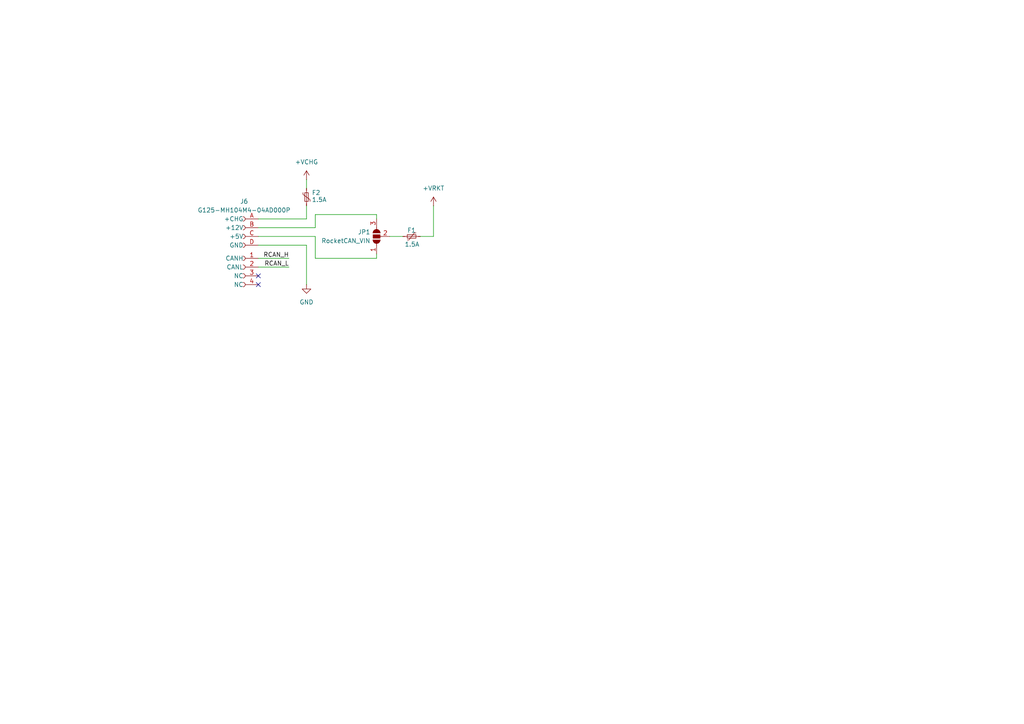
<source format=kicad_sch>
(kicad_sch
	(version 20250114)
	(generator "eeschema")
	(generator_version "9.0")
	(uuid "97a9deb7-383e-4c3d-9149-ee3509849888")
	(paper "A4")
	(lib_symbols
		(symbol "Device:Polyfuse_Small"
			(pin_numbers
				(hide yes)
			)
			(pin_names
				(offset 0)
			)
			(exclude_from_sim no)
			(in_bom yes)
			(on_board yes)
			(property "Reference" "F"
				(at -1.905 0 90)
				(effects
					(font
						(size 1.27 1.27)
					)
				)
			)
			(property "Value" "Polyfuse_Small"
				(at 1.905 0 90)
				(effects
					(font
						(size 1.27 1.27)
					)
				)
			)
			(property "Footprint" ""
				(at 1.27 -5.08 0)
				(effects
					(font
						(size 1.27 1.27)
					)
					(justify left)
					(hide yes)
				)
			)
			(property "Datasheet" "~"
				(at 0 0 0)
				(effects
					(font
						(size 1.27 1.27)
					)
					(hide yes)
				)
			)
			(property "Description" "Resettable fuse, polymeric positive temperature coefficient, small symbol"
				(at 0 0 0)
				(effects
					(font
						(size 1.27 1.27)
					)
					(hide yes)
				)
			)
			(property "ki_keywords" "resettable fuse PTC PPTC polyfuse polyswitch"
				(at 0 0 0)
				(effects
					(font
						(size 1.27 1.27)
					)
					(hide yes)
				)
			)
			(property "ki_fp_filters" "*polyfuse* *PTC*"
				(at 0 0 0)
				(effects
					(font
						(size 1.27 1.27)
					)
					(hide yes)
				)
			)
			(symbol "Polyfuse_Small_0_1"
				(polyline
					(pts
						(xy -1.016 1.27) (xy -1.016 0.762) (xy 1.016 -0.762) (xy 1.016 -1.27)
					)
					(stroke
						(width 0)
						(type default)
					)
					(fill
						(type none)
					)
				)
				(rectangle
					(start -0.508 1.27)
					(end 0.508 -1.27)
					(stroke
						(width 0)
						(type default)
					)
					(fill
						(type none)
					)
				)
				(polyline
					(pts
						(xy 0 2.54) (xy 0 -2.54)
					)
					(stroke
						(width 0)
						(type default)
					)
					(fill
						(type none)
					)
				)
			)
			(symbol "Polyfuse_Small_1_1"
				(pin passive line
					(at 0 2.54 270)
					(length 0.635)
					(name "~"
						(effects
							(font
								(size 1.27 1.27)
							)
						)
					)
					(number "1"
						(effects
							(font
								(size 1.27 1.27)
							)
						)
					)
				)
				(pin passive line
					(at 0 -2.54 90)
					(length 0.635)
					(name "~"
						(effects
							(font
								(size 1.27 1.27)
							)
						)
					)
					(number "2"
						(effects
							(font
								(size 1.27 1.27)
							)
						)
					)
				)
			)
			(embedded_fonts no)
		)
		(symbol "Jumper:SolderJumper_3_Open"
			(pin_names
				(offset 0)
				(hide yes)
			)
			(exclude_from_sim no)
			(in_bom no)
			(on_board yes)
			(property "Reference" "JP"
				(at -2.54 -2.54 0)
				(effects
					(font
						(size 1.27 1.27)
					)
				)
			)
			(property "Value" "SolderJumper_3_Open"
				(at 0 2.794 0)
				(effects
					(font
						(size 1.27 1.27)
					)
				)
			)
			(property "Footprint" ""
				(at 0 0 0)
				(effects
					(font
						(size 1.27 1.27)
					)
					(hide yes)
				)
			)
			(property "Datasheet" "~"
				(at 0 0 0)
				(effects
					(font
						(size 1.27 1.27)
					)
					(hide yes)
				)
			)
			(property "Description" "Solder Jumper, 3-pole, open"
				(at 0 0 0)
				(effects
					(font
						(size 1.27 1.27)
					)
					(hide yes)
				)
			)
			(property "ki_keywords" "Solder Jumper SPDT"
				(at 0 0 0)
				(effects
					(font
						(size 1.27 1.27)
					)
					(hide yes)
				)
			)
			(property "ki_fp_filters" "SolderJumper*Open*"
				(at 0 0 0)
				(effects
					(font
						(size 1.27 1.27)
					)
					(hide yes)
				)
			)
			(symbol "SolderJumper_3_Open_0_1"
				(polyline
					(pts
						(xy -2.54 0) (xy -2.032 0)
					)
					(stroke
						(width 0)
						(type default)
					)
					(fill
						(type none)
					)
				)
				(polyline
					(pts
						(xy -1.016 1.016) (xy -1.016 -1.016)
					)
					(stroke
						(width 0)
						(type default)
					)
					(fill
						(type none)
					)
				)
				(arc
					(start -1.016 -1.016)
					(mid -2.0276 0)
					(end -1.016 1.016)
					(stroke
						(width 0)
						(type default)
					)
					(fill
						(type none)
					)
				)
				(arc
					(start -1.016 -1.016)
					(mid -2.0276 0)
					(end -1.016 1.016)
					(stroke
						(width 0)
						(type default)
					)
					(fill
						(type outline)
					)
				)
				(rectangle
					(start -0.508 1.016)
					(end 0.508 -1.016)
					(stroke
						(width 0)
						(type default)
					)
					(fill
						(type outline)
					)
				)
				(polyline
					(pts
						(xy 0 -1.27) (xy 0 -1.016)
					)
					(stroke
						(width 0)
						(type default)
					)
					(fill
						(type none)
					)
				)
				(arc
					(start 1.016 1.016)
					(mid 2.0276 0)
					(end 1.016 -1.016)
					(stroke
						(width 0)
						(type default)
					)
					(fill
						(type none)
					)
				)
				(arc
					(start 1.016 1.016)
					(mid 2.0276 0)
					(end 1.016 -1.016)
					(stroke
						(width 0)
						(type default)
					)
					(fill
						(type outline)
					)
				)
				(polyline
					(pts
						(xy 1.016 1.016) (xy 1.016 -1.016)
					)
					(stroke
						(width 0)
						(type default)
					)
					(fill
						(type none)
					)
				)
				(polyline
					(pts
						(xy 2.54 0) (xy 2.032 0)
					)
					(stroke
						(width 0)
						(type default)
					)
					(fill
						(type none)
					)
				)
			)
			(symbol "SolderJumper_3_Open_1_1"
				(pin passive line
					(at -5.08 0 0)
					(length 2.54)
					(name "A"
						(effects
							(font
								(size 1.27 1.27)
							)
						)
					)
					(number "1"
						(effects
							(font
								(size 1.27 1.27)
							)
						)
					)
				)
				(pin passive line
					(at 0 -3.81 90)
					(length 2.54)
					(name "C"
						(effects
							(font
								(size 1.27 1.27)
							)
						)
					)
					(number "2"
						(effects
							(font
								(size 1.27 1.27)
							)
						)
					)
				)
				(pin passive line
					(at 5.08 0 180)
					(length 2.54)
					(name "B"
						(effects
							(font
								(size 1.27 1.27)
							)
						)
					)
					(number "3"
						(effects
							(font
								(size 1.27 1.27)
							)
						)
					)
				)
			)
			(embedded_fonts no)
		)
		(symbol "canhw:G125-MH104M4-04AD000P"
			(exclude_from_sim no)
			(in_bom yes)
			(on_board yes)
			(property "Reference" "J"
				(at 0 2.032 0)
				(effects
					(font
						(size 1.27 1.27)
					)
				)
			)
			(property "Value" "G125-MH104M4-04AD000P"
				(at 0 0 0)
				(effects
					(font
						(size 1.27 1.27)
					)
				)
			)
			(property "Footprint" "canhw_footprints:HARWIN_G125-MH104M4-04AD000P"
				(at 0 0 0)
				(effects
					(font
						(size 1.27 1.27)
					)
					(hide yes)
				)
			)
			(property "Datasheet" "https://content.harwin.com/m/91a65d72bc24bdea/original/DRG-03150-Technical-Drawing-Datasheet-G125-MH1XXM4-XXAD000P-pdf.pdf"
				(at 0 0 0)
				(effects
					(font
						(size 1.27 1.27)
					)
					(hide yes)
				)
			)
			(property "Description" "4+4 Pos. Male Horizontal Throughboard Conn. Screw-Lok Board Mount"
				(at 0 0 0)
				(effects
					(font
						(size 1.27 1.27)
					)
					(hide yes)
				)
			)
			(symbol "G125-MH104M4-04AD000P_0_1"
				(arc
					(start -1.905 -3.175)
					(mid -1.27 -3.81)
					(end -1.905 -4.445)
					(stroke
						(width 0)
						(type default)
					)
					(fill
						(type none)
					)
				)
				(arc
					(start -1.905 -5.715)
					(mid -1.27 -6.35)
					(end -1.905 -6.985)
					(stroke
						(width 0)
						(type default)
					)
					(fill
						(type none)
					)
				)
				(arc
					(start -1.905 -8.255)
					(mid -1.27 -8.89)
					(end -1.905 -9.525)
					(stroke
						(width 0)
						(type default)
					)
					(fill
						(type none)
					)
				)
				(arc
					(start -1.905 -10.795)
					(mid -1.27 -11.43)
					(end -1.905 -12.065)
					(stroke
						(width 0)
						(type default)
					)
					(fill
						(type none)
					)
				)
				(arc
					(start -1.905 -14.605)
					(mid -1.27 -15.24)
					(end -1.905 -15.875)
					(stroke
						(width 0)
						(type default)
					)
					(fill
						(type none)
					)
				)
				(arc
					(start -1.905 -17.145)
					(mid -1.27 -17.78)
					(end -1.905 -18.415)
					(stroke
						(width 0)
						(type default)
					)
					(fill
						(type none)
					)
				)
				(arc
					(start -1.905 -19.685)
					(mid -1.27 -20.32)
					(end -1.905 -20.955)
					(stroke
						(width 0)
						(type default)
					)
					(fill
						(type none)
					)
				)
				(arc
					(start -1.905 -22.225)
					(mid -1.27 -22.86)
					(end -1.905 -23.495)
					(stroke
						(width 0)
						(type default)
					)
					(fill
						(type none)
					)
				)
			)
			(symbol "G125-MH104M4-04AD000P_1_1"
				(pin input line
					(at 2.54 -3.81 180)
					(length 3.81)
					(name "+CHG"
						(effects
							(font
								(size 1.27 1.27)
							)
						)
					)
					(number "A"
						(effects
							(font
								(size 1.27 1.27)
							)
						)
					)
				)
				(pin input line
					(at 2.54 -6.35 180)
					(length 3.81)
					(name "+12V"
						(effects
							(font
								(size 1.27 1.27)
							)
						)
					)
					(number "B"
						(effects
							(font
								(size 1.27 1.27)
							)
						)
					)
				)
				(pin input line
					(at 2.54 -8.89 180)
					(length 3.81)
					(name "+5V"
						(effects
							(font
								(size 1.27 1.27)
							)
						)
					)
					(number "C"
						(effects
							(font
								(size 1.27 1.27)
							)
						)
					)
				)
				(pin input line
					(at 2.54 -11.43 180)
					(length 3.81)
					(name "GND"
						(effects
							(font
								(size 1.27 1.27)
							)
						)
					)
					(number "D"
						(effects
							(font
								(size 1.27 1.27)
							)
						)
					)
				)
				(pin input line
					(at 2.54 -15.24 180)
					(length 3.81)
					(name "CANH"
						(effects
							(font
								(size 1.27 1.27)
							)
						)
					)
					(number "1"
						(effects
							(font
								(size 1.27 1.27)
							)
						)
					)
				)
				(pin input line
					(at 2.54 -17.78 180)
					(length 3.81)
					(name "CANL"
						(effects
							(font
								(size 1.27 1.27)
							)
						)
					)
					(number "2"
						(effects
							(font
								(size 1.27 1.27)
							)
						)
					)
				)
				(pin input line
					(at 2.54 -20.32 180)
					(length 3.81)
					(name "NC"
						(effects
							(font
								(size 1.27 1.27)
							)
						)
					)
					(number "3"
						(effects
							(font
								(size 1.27 1.27)
							)
						)
					)
				)
				(pin input line
					(at 2.54 -22.86 180)
					(length 3.81)
					(name "NC"
						(effects
							(font
								(size 1.27 1.27)
							)
						)
					)
					(number "4"
						(effects
							(font
								(size 1.27 1.27)
							)
						)
					)
				)
			)
			(embedded_fonts no)
		)
		(symbol "power:+5V"
			(power)
			(pin_numbers
				(hide yes)
			)
			(pin_names
				(offset 0)
				(hide yes)
			)
			(exclude_from_sim no)
			(in_bom yes)
			(on_board yes)
			(property "Reference" "#PWR"
				(at 0 -3.81 0)
				(effects
					(font
						(size 1.27 1.27)
					)
					(hide yes)
				)
			)
			(property "Value" "+5V"
				(at 0 3.556 0)
				(effects
					(font
						(size 1.27 1.27)
					)
				)
			)
			(property "Footprint" ""
				(at 0 0 0)
				(effects
					(font
						(size 1.27 1.27)
					)
					(hide yes)
				)
			)
			(property "Datasheet" ""
				(at 0 0 0)
				(effects
					(font
						(size 1.27 1.27)
					)
					(hide yes)
				)
			)
			(property "Description" "Power symbol creates a global label with name \"+5V\""
				(at 0 0 0)
				(effects
					(font
						(size 1.27 1.27)
					)
					(hide yes)
				)
			)
			(property "ki_keywords" "global power"
				(at 0 0 0)
				(effects
					(font
						(size 1.27 1.27)
					)
					(hide yes)
				)
			)
			(symbol "+5V_0_1"
				(polyline
					(pts
						(xy -0.762 1.27) (xy 0 2.54)
					)
					(stroke
						(width 0)
						(type default)
					)
					(fill
						(type none)
					)
				)
				(polyline
					(pts
						(xy 0 2.54) (xy 0.762 1.27)
					)
					(stroke
						(width 0)
						(type default)
					)
					(fill
						(type none)
					)
				)
				(polyline
					(pts
						(xy 0 0) (xy 0 2.54)
					)
					(stroke
						(width 0)
						(type default)
					)
					(fill
						(type none)
					)
				)
			)
			(symbol "+5V_1_1"
				(pin power_in line
					(at 0 0 90)
					(length 0)
					(name "~"
						(effects
							(font
								(size 1.27 1.27)
							)
						)
					)
					(number "1"
						(effects
							(font
								(size 1.27 1.27)
							)
						)
					)
				)
			)
			(embedded_fonts no)
		)
		(symbol "power:GND"
			(power)
			(pin_numbers
				(hide yes)
			)
			(pin_names
				(offset 0)
				(hide yes)
			)
			(exclude_from_sim no)
			(in_bom yes)
			(on_board yes)
			(property "Reference" "#PWR"
				(at 0 -6.35 0)
				(effects
					(font
						(size 1.27 1.27)
					)
					(hide yes)
				)
			)
			(property "Value" "GND"
				(at 0 -3.81 0)
				(effects
					(font
						(size 1.27 1.27)
					)
				)
			)
			(property "Footprint" ""
				(at 0 0 0)
				(effects
					(font
						(size 1.27 1.27)
					)
					(hide yes)
				)
			)
			(property "Datasheet" ""
				(at 0 0 0)
				(effects
					(font
						(size 1.27 1.27)
					)
					(hide yes)
				)
			)
			(property "Description" "Power symbol creates a global label with name \"GND\" , ground"
				(at 0 0 0)
				(effects
					(font
						(size 1.27 1.27)
					)
					(hide yes)
				)
			)
			(property "ki_keywords" "global power"
				(at 0 0 0)
				(effects
					(font
						(size 1.27 1.27)
					)
					(hide yes)
				)
			)
			(symbol "GND_0_1"
				(polyline
					(pts
						(xy 0 0) (xy 0 -1.27) (xy 1.27 -1.27) (xy 0 -2.54) (xy -1.27 -1.27) (xy 0 -1.27)
					)
					(stroke
						(width 0)
						(type default)
					)
					(fill
						(type none)
					)
				)
			)
			(symbol "GND_1_1"
				(pin power_in line
					(at 0 0 270)
					(length 0)
					(name "~"
						(effects
							(font
								(size 1.27 1.27)
							)
						)
					)
					(number "1"
						(effects
							(font
								(size 1.27 1.27)
							)
						)
					)
				)
			)
			(embedded_fonts no)
		)
	)
	(no_connect
		(at 74.93 82.55)
		(uuid "02c14f13-9cfd-45a0-8495-be591298b392")
	)
	(no_connect
		(at 74.93 80.01)
		(uuid "e4ad8cab-f813-407f-b5d8-82d98e09d4b9")
	)
	(wire
		(pts
			(xy 91.44 68.58) (xy 91.44 74.93)
		)
		(stroke
			(width 0)
			(type default)
		)
		(uuid "03dfaf21-3cd3-49b8-b1d3-fdb7058206f2")
	)
	(wire
		(pts
			(xy 91.44 74.93) (xy 109.22 74.93)
		)
		(stroke
			(width 0)
			(type default)
		)
		(uuid "16f40325-7e00-4946-94ee-c67ae5bc1d7f")
	)
	(wire
		(pts
			(xy 125.73 59.69) (xy 125.73 68.58)
		)
		(stroke
			(width 0)
			(type default)
		)
		(uuid "25553af4-caeb-4118-b229-3484220c01d3")
	)
	(wire
		(pts
			(xy 121.92 68.58) (xy 125.73 68.58)
		)
		(stroke
			(width 0)
			(type default)
		)
		(uuid "4c9924f5-fec5-48ae-b25a-bfd140356dc8")
	)
	(wire
		(pts
			(xy 74.93 77.47) (xy 83.82 77.47)
		)
		(stroke
			(width 0)
			(type default)
		)
		(uuid "5250a96f-cbc3-47e1-b5f5-bc79364b870b")
	)
	(wire
		(pts
			(xy 88.9 71.12) (xy 88.9 82.55)
		)
		(stroke
			(width 0)
			(type default)
		)
		(uuid "5c996b20-e563-4c92-a9ce-49cdc927f2e9")
	)
	(wire
		(pts
			(xy 74.93 63.5) (xy 88.9 63.5)
		)
		(stroke
			(width 0)
			(type default)
		)
		(uuid "73c689e1-719d-42ee-8636-8006c9f22bc7")
	)
	(wire
		(pts
			(xy 74.93 68.58) (xy 91.44 68.58)
		)
		(stroke
			(width 0)
			(type default)
		)
		(uuid "74193f68-6803-40a4-835d-028137ea389e")
	)
	(wire
		(pts
			(xy 91.44 66.04) (xy 91.44 62.23)
		)
		(stroke
			(width 0)
			(type default)
		)
		(uuid "966a2c80-d7fb-4c08-a124-36e8dbcefbdc")
	)
	(wire
		(pts
			(xy 109.22 74.93) (xy 109.22 73.66)
		)
		(stroke
			(width 0)
			(type default)
		)
		(uuid "9891292f-fa98-4db9-b346-e47497ea5718")
	)
	(wire
		(pts
			(xy 74.93 71.12) (xy 88.9 71.12)
		)
		(stroke
			(width 0)
			(type default)
		)
		(uuid "990cf478-6233-4a35-b6e0-73e3219852ae")
	)
	(wire
		(pts
			(xy 74.93 66.04) (xy 91.44 66.04)
		)
		(stroke
			(width 0)
			(type default)
		)
		(uuid "b9329978-8465-4aac-b01f-a97333fdf3e4")
	)
	(wire
		(pts
			(xy 113.03 68.58) (xy 116.84 68.58)
		)
		(stroke
			(width 0)
			(type default)
		)
		(uuid "c30c0ed5-755a-4984-8987-44122230e0f9")
	)
	(wire
		(pts
			(xy 109.22 62.23) (xy 109.22 63.5)
		)
		(stroke
			(width 0)
			(type default)
		)
		(uuid "c6985a4b-ee30-41a2-87b3-877a56572971")
	)
	(wire
		(pts
			(xy 74.93 74.93) (xy 83.82 74.93)
		)
		(stroke
			(width 0)
			(type default)
		)
		(uuid "d684307c-119a-4d7f-a74c-df48457800c1")
	)
	(wire
		(pts
			(xy 88.9 59.69) (xy 88.9 63.5)
		)
		(stroke
			(width 0)
			(type default)
		)
		(uuid "e0183fe8-4661-454c-b7da-c4c21233f0a4")
	)
	(wire
		(pts
			(xy 91.44 62.23) (xy 109.22 62.23)
		)
		(stroke
			(width 0)
			(type default)
		)
		(uuid "f70ecfab-5d3f-4be8-ae40-2415addb0214")
	)
	(wire
		(pts
			(xy 88.9 52.07) (xy 88.9 54.61)
		)
		(stroke
			(width 0)
			(type default)
		)
		(uuid "f7870634-98d4-45d7-a187-e29ecbdbc961")
	)
	(label "RCAN_L"
		(at 83.82 77.47 180)
		(effects
			(font
				(size 1.27 1.27)
			)
			(justify right bottom)
		)
		(uuid "24f5b0d4-f862-4531-b911-5a579ccf307d")
	)
	(label "RCAN_H"
		(at 83.82 74.93 180)
		(effects
			(font
				(size 1.27 1.27)
			)
			(justify right bottom)
		)
		(uuid "fe522718-c15d-4853-a22f-c76030708ada")
	)
	(symbol
		(lib_id "canhw:G125-MH104M4-04AD000P")
		(at 72.39 59.69 0)
		(unit 1)
		(exclude_from_sim no)
		(in_bom yes)
		(on_board yes)
		(dnp no)
		(fields_autoplaced yes)
		(uuid "1864da9d-1c43-4355-8dea-81168d2d9067")
		(property "Reference" "J6"
			(at 70.8025 58.42 0)
			(effects
				(font
					(size 1.27 1.27)
				)
			)
		)
		(property "Value" "G125-MH104M4-04AD000P"
			(at 70.8025 60.96 0)
			(effects
				(font
					(size 1.27 1.27)
				)
			)
		)
		(property "Footprint" "canhw_footprints:connector_Harwin_G125-MH104M4-04AD000P"
			(at 72.39 59.69 0)
			(effects
				(font
					(size 1.27 1.27)
				)
				(hide yes)
			)
		)
		(property "Datasheet" "https://content.harwin.com/m/91a65d72bc24bdea/original/DRG-03150-Technical-Drawing-Datasheet-G125-MH1XXM4-XXAD000P-pdf.pdf"
			(at 72.39 59.69 0)
			(effects
				(font
					(size 1.27 1.27)
				)
				(hide yes)
			)
		)
		(property "Description" "4+4 Pos. Male Horizontal Throughboard Conn. Screw-Lok Board Mount"
			(at 72.39 59.69 0)
			(effects
				(font
					(size 1.27 1.27)
				)
				(hide yes)
			)
		)
		(pin "D"
			(uuid "2eedef8b-a288-4f71-ab41-9d5265841798")
		)
		(pin "A"
			(uuid "51f88c93-6c87-4d03-9b26-547916f1a4db")
		)
		(pin "B"
			(uuid "49d9683e-4a4c-4fbb-84d8-95a4a4f79e66")
		)
		(pin "1"
			(uuid "8f2bc60e-1f20-4ba4-a67d-2b10dc44e1f8")
		)
		(pin "2"
			(uuid "ad5b0d56-5570-48b6-862b-fb306e0e99d4")
		)
		(pin "3"
			(uuid "4eb9a924-7f1d-4248-9ec7-8c7b1f46bf48")
		)
		(pin "4"
			(uuid "57ddd14e-6ad2-4e7e-9a3d-86034f13320d")
		)
		(pin "C"
			(uuid "213ccd53-18fc-4acc-9742-ab37a0ee838c")
		)
		(instances
			(project ""
				(path "/605ab838-6b02-4cf5-a6b5-94a0cdb1b998/4fea5507-ad74-497c-bf16-b3654a0fa101"
					(reference "J6")
					(unit 1)
				)
			)
		)
	)
	(symbol
		(lib_id "power:GND")
		(at 88.9 82.55 0)
		(unit 1)
		(exclude_from_sim no)
		(in_bom yes)
		(on_board yes)
		(dnp no)
		(fields_autoplaced yes)
		(uuid "338128c2-d52d-4caa-9fd0-31724804a716")
		(property "Reference" "#PWR033"
			(at 88.9 88.9 0)
			(effects
				(font
					(size 1.27 1.27)
				)
				(hide yes)
			)
		)
		(property "Value" "GND"
			(at 88.9 87.63 0)
			(effects
				(font
					(size 1.27 1.27)
				)
			)
		)
		(property "Footprint" ""
			(at 88.9 82.55 0)
			(effects
				(font
					(size 1.27 1.27)
				)
				(hide yes)
			)
		)
		(property "Datasheet" ""
			(at 88.9 82.55 0)
			(effects
				(font
					(size 1.27 1.27)
				)
				(hide yes)
			)
		)
		(property "Description" "Power symbol creates a global label with name \"GND\" , ground"
			(at 88.9 82.55 0)
			(effects
				(font
					(size 1.27 1.27)
				)
				(hide yes)
			)
		)
		(pin "1"
			(uuid "1ff179ee-d60d-4e94-b445-5fdcf6af161d")
		)
		(instances
			(project ""
				(path "/605ab838-6b02-4cf5-a6b5-94a0cdb1b998/4fea5507-ad74-497c-bf16-b3654a0fa101"
					(reference "#PWR033")
					(unit 1)
				)
			)
		)
	)
	(symbol
		(lib_id "Jumper:SolderJumper_3_Open")
		(at 109.22 68.58 90)
		(unit 1)
		(exclude_from_sim no)
		(in_bom no)
		(on_board yes)
		(dnp no)
		(uuid "4876efe5-1a31-498f-9ee2-9121870dfef1")
		(property "Reference" "JP1"
			(at 107.442 67.31 90)
			(effects
				(font
					(size 1.27 1.27)
				)
				(justify left)
			)
		)
		(property "Value" "RocketCAN_VIN"
			(at 107.442 69.85 90)
			(effects
				(font
					(size 1.27 1.27)
				)
				(justify left)
			)
		)
		(property "Footprint" "Jumper:SolderJumper-3_P1.3mm_Open_Pad1.0x1.5mm_NumberLabels"
			(at 109.22 68.58 0)
			(effects
				(font
					(size 1.27 1.27)
				)
				(hide yes)
			)
		)
		(property "Datasheet" "~"
			(at 109.22 68.58 0)
			(effects
				(font
					(size 1.27 1.27)
				)
				(hide yes)
			)
		)
		(property "Description" "Solder Jumper, 3-pole, open"
			(at 109.22 68.58 0)
			(effects
				(font
					(size 1.27 1.27)
				)
				(hide yes)
			)
		)
		(pin "1"
			(uuid "de283988-5b87-4282-ae64-893c08ec930a")
		)
		(pin "2"
			(uuid "c572b1fa-0ac3-43b0-87e0-e1eecf1f67cd")
		)
		(pin "3"
			(uuid "a92c6815-537e-43d4-9f4e-b1de8092a4e8")
		)
		(instances
			(project "CanardBoard"
				(path "/605ab838-6b02-4cf5-a6b5-94a0cdb1b998/4fea5507-ad74-497c-bf16-b3654a0fa101"
					(reference "JP1")
					(unit 1)
				)
			)
		)
	)
	(symbol
		(lib_id "power:+5V")
		(at 125.73 59.69 0)
		(unit 1)
		(exclude_from_sim no)
		(in_bom yes)
		(on_board yes)
		(dnp no)
		(fields_autoplaced yes)
		(uuid "8a8a25fc-d959-414e-9f5f-8b8da90f62ab")
		(property "Reference" "#PWR035"
			(at 125.73 63.5 0)
			(effects
				(font
					(size 1.27 1.27)
				)
				(hide yes)
			)
		)
		(property "Value" "+VRKT"
			(at 125.73 54.61 0)
			(effects
				(font
					(size 1.27 1.27)
				)
			)
		)
		(property "Footprint" ""
			(at 125.73 59.69 0)
			(effects
				(font
					(size 1.27 1.27)
				)
				(hide yes)
			)
		)
		(property "Datasheet" ""
			(at 125.73 59.69 0)
			(effects
				(font
					(size 1.27 1.27)
				)
				(hide yes)
			)
		)
		(property "Description" "Power symbol creates a global label with name \"+5V\""
			(at 125.73 59.69 0)
			(effects
				(font
					(size 1.27 1.27)
				)
				(hide yes)
			)
		)
		(pin "1"
			(uuid "bd517789-023f-4845-8774-2bd1a0860337")
		)
		(instances
			(project "CanardBoard"
				(path "/605ab838-6b02-4cf5-a6b5-94a0cdb1b998/4fea5507-ad74-497c-bf16-b3654a0fa101"
					(reference "#PWR035")
					(unit 1)
				)
			)
		)
	)
	(symbol
		(lib_id "power:+5V")
		(at 88.9 52.07 0)
		(unit 1)
		(exclude_from_sim no)
		(in_bom yes)
		(on_board yes)
		(dnp no)
		(fields_autoplaced yes)
		(uuid "946f38e3-0d1c-4390-bd65-388476910673")
		(property "Reference" "#PWR034"
			(at 88.9 55.88 0)
			(effects
				(font
					(size 1.27 1.27)
				)
				(hide yes)
			)
		)
		(property "Value" "+VCHG"
			(at 88.9 46.99 0)
			(effects
				(font
					(size 1.27 1.27)
				)
			)
		)
		(property "Footprint" ""
			(at 88.9 52.07 0)
			(effects
				(font
					(size 1.27 1.27)
				)
				(hide yes)
			)
		)
		(property "Datasheet" ""
			(at 88.9 52.07 0)
			(effects
				(font
					(size 1.27 1.27)
				)
				(hide yes)
			)
		)
		(property "Description" "Power symbol creates a global label with name \"+5V\""
			(at 88.9 52.07 0)
			(effects
				(font
					(size 1.27 1.27)
				)
				(hide yes)
			)
		)
		(pin "1"
			(uuid "35d57e42-752f-469c-afe0-c772da571c98")
		)
		(instances
			(project "CanardBoard"
				(path "/605ab838-6b02-4cf5-a6b5-94a0cdb1b998/4fea5507-ad74-497c-bf16-b3654a0fa101"
					(reference "#PWR034")
					(unit 1)
				)
			)
		)
	)
	(symbol
		(lib_id "Device:Polyfuse_Small")
		(at 119.38 68.58 270)
		(unit 1)
		(exclude_from_sim no)
		(in_bom yes)
		(on_board yes)
		(dnp no)
		(uuid "a7bd594e-4e7d-4e61-a026-ca02beafa3c0")
		(property "Reference" "F1"
			(at 118.11 66.802 90)
			(effects
				(font
					(size 1.27 1.27)
				)
				(justify left)
			)
		)
		(property "Value" "1.5A"
			(at 117.348 70.866 90)
			(effects
				(font
					(size 1.27 1.27)
				)
				(justify left)
			)
		)
		(property "Footprint" ""
			(at 114.3 69.85 0)
			(effects
				(font
					(size 1.27 1.27)
				)
				(justify left)
				(hide yes)
			)
		)
		(property "Datasheet" "~"
			(at 119.38 68.58 0)
			(effects
				(font
					(size 1.27 1.27)
				)
				(hide yes)
			)
		)
		(property "Description" "Resettable fuse, polymeric positive temperature coefficient, small symbol"
			(at 119.38 68.58 0)
			(effects
				(font
					(size 1.27 1.27)
				)
				(hide yes)
			)
		)
		(pin "1"
			(uuid "f94f858a-2894-4d9f-8023-3d8800673058")
		)
		(pin "2"
			(uuid "f849039f-df39-4712-992e-2fc2b985ccad")
		)
		(instances
			(project "CanardBoard"
				(path "/605ab838-6b02-4cf5-a6b5-94a0cdb1b998/4fea5507-ad74-497c-bf16-b3654a0fa101"
					(reference "F1")
					(unit 1)
				)
			)
		)
	)
	(symbol
		(lib_id "Device:Polyfuse_Small")
		(at 88.9 57.15 0)
		(unit 1)
		(exclude_from_sim no)
		(in_bom yes)
		(on_board yes)
		(dnp no)
		(uuid "ba65b5a8-2653-4a69-a4e1-294cdb9192d8")
		(property "Reference" "F2"
			(at 90.424 55.88 0)
			(effects
				(font
					(size 1.27 1.27)
				)
				(justify left)
			)
		)
		(property "Value" "1.5A"
			(at 90.424 57.912 0)
			(effects
				(font
					(size 1.27 1.27)
				)
				(justify left)
			)
		)
		(property "Footprint" ""
			(at 90.17 62.23 0)
			(effects
				(font
					(size 1.27 1.27)
				)
				(justify left)
				(hide yes)
			)
		)
		(property "Datasheet" "~"
			(at 88.9 57.15 0)
			(effects
				(font
					(size 1.27 1.27)
				)
				(hide yes)
			)
		)
		(property "Description" "Resettable fuse, polymeric positive temperature coefficient, small symbol"
			(at 88.9 57.15 0)
			(effects
				(font
					(size 1.27 1.27)
				)
				(hide yes)
			)
		)
		(pin "1"
			(uuid "1588beb9-5db3-4dc8-a8a7-de7aed5f4ecf")
		)
		(pin "2"
			(uuid "5d2455c8-d3e2-4ed5-8279-0788b8da99a5")
		)
		(instances
			(project "CanardBoard"
				(path "/605ab838-6b02-4cf5-a6b5-94a0cdb1b998/4fea5507-ad74-497c-bf16-b3654a0fa101"
					(reference "F2")
					(unit 1)
				)
			)
		)
	)
)

</source>
